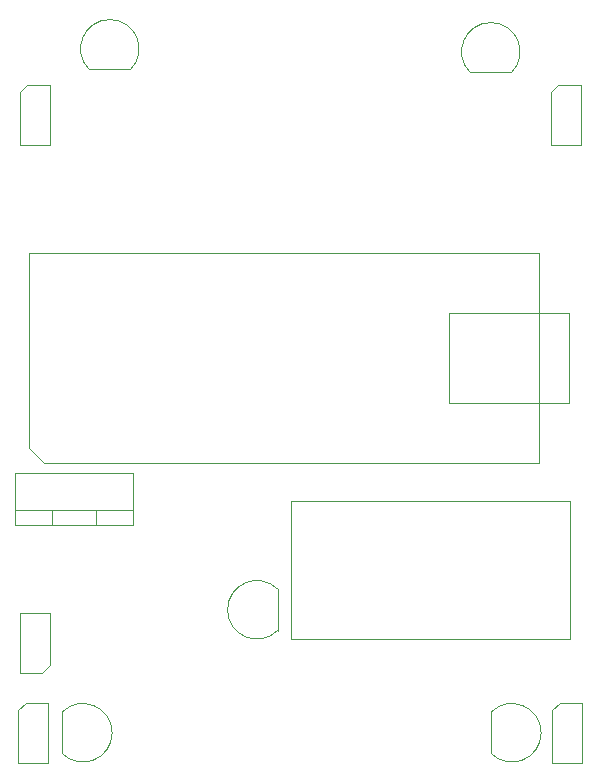
<source format=gbr>
%TF.GenerationSoftware,KiCad,Pcbnew,7.0.7*%
%TF.CreationDate,2025-03-26T10:17:06+05:30*%
%TF.ProjectId,VibAndHeat_Version1,56696241-6e64-4486-9561-745f56657273,rev?*%
%TF.SameCoordinates,Original*%
%TF.FileFunction,AssemblyDrawing,Top*%
%FSLAX46Y46*%
G04 Gerber Fmt 4.6, Leading zero omitted, Abs format (unit mm)*
G04 Created by KiCad (PCBNEW 7.0.7) date 2025-03-26 10:17:06*
%MOMM*%
%LPD*%
G01*
G04 APERTURE LIST*
%ADD10C,0.100000*%
G04 APERTURE END LIST*
D10*
%TO.C,Q2*%
X119408000Y-123198000D02*
X119408000Y-126698000D01*
X123638000Y-124968000D02*
G75*
G03*
X119404375Y-123214375I-2480000J0D01*
G01*
X119404375Y-126721625D02*
G75*
G03*
X123638000Y-124968000I1753625J1753625D01*
G01*
%TO.C,J3*%
X160782000Y-70739000D02*
X161417000Y-70104000D01*
X160782000Y-75184000D02*
X160782000Y-70739000D01*
X161417000Y-70104000D02*
X163322000Y-70104000D01*
X163322000Y-70104000D02*
X163322000Y-75184000D01*
X163322000Y-75184000D02*
X160782000Y-75184000D01*
%TO.C,Microcontroller1*%
X117856000Y-102108000D02*
X116586000Y-100838000D01*
X159766000Y-102108000D02*
X117856000Y-102108000D01*
X116586000Y-100838000D02*
X116586000Y-84328000D01*
X152146000Y-97028000D02*
X152146000Y-89408000D01*
X162306000Y-97028000D02*
X152146000Y-97028000D01*
X152146000Y-89408000D02*
X162306000Y-89408000D01*
X162306000Y-89408000D02*
X162306000Y-97028000D01*
X116586000Y-84328000D02*
X159766000Y-84328000D01*
X159766000Y-84328000D02*
X159766000Y-102108000D01*
%TO.C,J1*%
X115824000Y-70739000D02*
X116459000Y-70104000D01*
X115824000Y-75184000D02*
X115824000Y-70739000D01*
X116459000Y-70104000D02*
X118364000Y-70104000D01*
X118364000Y-70104000D02*
X118364000Y-75184000D01*
X118364000Y-75184000D02*
X115824000Y-75184000D01*
%TO.C,Q1*%
X121674000Y-68806000D02*
X125174000Y-68806000D01*
X123444000Y-64576000D02*
G75*
G03*
X121690375Y-68809625I0J-2480000D01*
G01*
X125197625Y-68809625D02*
G75*
G03*
X123444000Y-64576000I-1753625J1753625D01*
G01*
%TO.C,J6*%
X118364000Y-119253000D02*
X117729000Y-119888000D01*
X118364000Y-114808000D02*
X118364000Y-119253000D01*
X117729000Y-119888000D02*
X115824000Y-119888000D01*
X115824000Y-119888000D02*
X115824000Y-114808000D01*
X115824000Y-114808000D02*
X118364000Y-114808000D01*
%TO.C,Q5*%
X137640000Y-116324000D02*
X137640000Y-112824000D01*
X133410000Y-114554000D02*
G75*
G03*
X137643625Y-116307625I2480000J0D01*
G01*
X137643625Y-112800375D02*
G75*
G03*
X133410000Y-114554000I-1753625J-1753625D01*
G01*
%TO.C,Q3*%
X153932000Y-69060000D02*
X157432000Y-69060000D01*
X155702000Y-64830000D02*
G75*
G03*
X153948375Y-69063625I0J-2480000D01*
G01*
X157455625Y-69063625D02*
G75*
G03*
X155702000Y-64830000I-1753625J1753625D01*
G01*
%TO.C,U3*%
X125396000Y-107361000D02*
X125396000Y-102961000D01*
X125396000Y-106091000D02*
X115396000Y-106091000D01*
X125396000Y-102961000D02*
X115396000Y-102961000D01*
X122246000Y-107361000D02*
X122246000Y-106091000D01*
X118546000Y-107361000D02*
X118546000Y-106091000D01*
X115396000Y-107361000D02*
X125396000Y-107361000D01*
X115396000Y-102961000D02*
X115396000Y-107361000D01*
%TO.C,U2*%
X138811000Y-105361000D02*
X162433000Y-105361000D01*
X162433000Y-105361000D02*
X162433000Y-117045000D01*
X162433000Y-117045000D02*
X138811000Y-117045000D01*
X138811000Y-117045000D02*
X138811000Y-105361000D01*
%TO.C,J4*%
X160888000Y-123063000D02*
X161523000Y-122428000D01*
X160888000Y-127508000D02*
X160888000Y-123063000D01*
X161523000Y-122428000D02*
X163428000Y-122428000D01*
X163428000Y-122428000D02*
X163428000Y-127508000D01*
X163428000Y-127508000D02*
X160888000Y-127508000D01*
%TO.C,J2*%
X115676000Y-123063000D02*
X116311000Y-122428000D01*
X115676000Y-127508000D02*
X115676000Y-123063000D01*
X116311000Y-122428000D02*
X118216000Y-122428000D01*
X118216000Y-122428000D02*
X118216000Y-127508000D01*
X118216000Y-127508000D02*
X115676000Y-127508000D01*
%TO.C,Q4*%
X155730000Y-123198000D02*
X155730000Y-126698000D01*
X159960000Y-124968000D02*
G75*
G03*
X155726375Y-123214375I-2480000J0D01*
G01*
X155726375Y-126721625D02*
G75*
G03*
X159960000Y-124968000I1753625J1753625D01*
G01*
%TD*%
M02*

</source>
